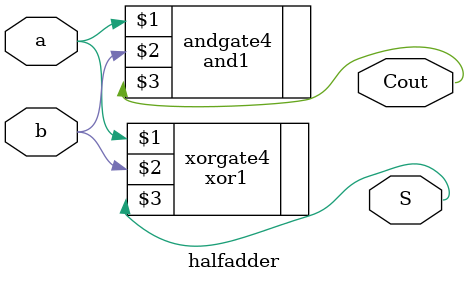
<source format=sv>
`timescale 1ns / 1ps

module halfadder( input logic a, b, output logic S, Cout);

	xor1 xorgate4 ( a, b, S);
	and1 andgate4( a,b, Cout);

endmodule
</source>
